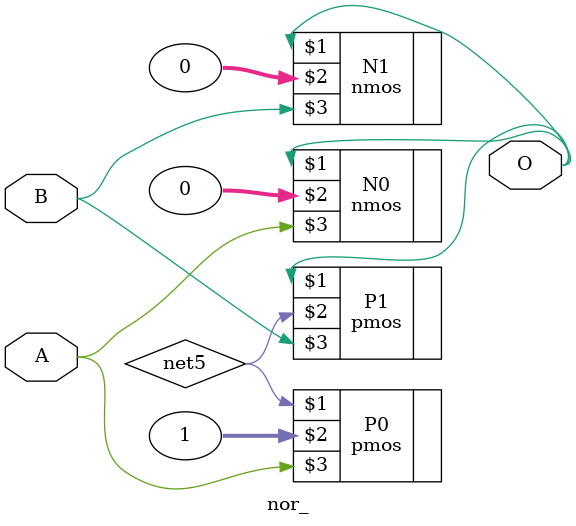
<source format=v>
`timescale 1ns / 1ns 

module nor_ ( O, A, B );
output  O;

input  A, B;


specify 
    specparam CDS_LIBNAME  = "ece555_final";
    specparam CDS_CELLNAME = "nor";
    specparam CDS_VIEWNAME = "schematic";
endspecify

pmos P1 ( O, net5, B);
pmos P0 ( net5, 1, A);
nmos N1 ( O, 0, B);
nmos N0 ( O, 0, A);

endmodule

</source>
